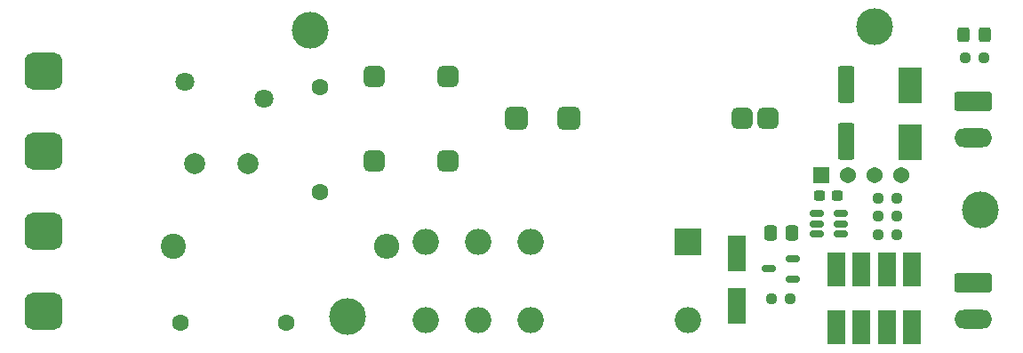
<source format=gbr>
%TF.GenerationSoftware,KiCad,Pcbnew,7.0.7-7.0.7~ubuntu22.04.1*%
%TF.CreationDate,2024-01-12T18:41:48+05:30*%
%TF.ProjectId,electronic-limit-sw,656c6563-7472-46f6-9e69-632d6c696d69,1.0.0*%
%TF.SameCoordinates,Original*%
%TF.FileFunction,Soldermask,Top*%
%TF.FilePolarity,Negative*%
%FSLAX46Y46*%
G04 Gerber Fmt 4.6, Leading zero omitted, Abs format (unit mm)*
G04 Created by KiCad (PCBNEW 7.0.7-7.0.7~ubuntu22.04.1) date 2024-01-12 18:41:48*
%MOMM*%
%LPD*%
G01*
G04 APERTURE LIST*
G04 Aperture macros list*
%AMRoundRect*
0 Rectangle with rounded corners*
0 $1 Rounding radius*
0 $2 $3 $4 $5 $6 $7 $8 $9 X,Y pos of 4 corners*
0 Add a 4 corners polygon primitive as box body*
4,1,4,$2,$3,$4,$5,$6,$7,$8,$9,$2,$3,0*
0 Add four circle primitives for the rounded corners*
1,1,$1+$1,$2,$3*
1,1,$1+$1,$4,$5*
1,1,$1+$1,$6,$7*
1,1,$1+$1,$8,$9*
0 Add four rect primitives between the rounded corners*
20,1,$1+$1,$2,$3,$4,$5,0*
20,1,$1+$1,$4,$5,$6,$7,0*
20,1,$1+$1,$6,$7,$8,$9,0*
20,1,$1+$1,$8,$9,$2,$3,0*%
G04 Aperture macros list end*
%ADD10R,1.700000X3.300000*%
%ADD11RoundRect,0.237500X0.250000X0.237500X-0.250000X0.237500X-0.250000X-0.237500X0.250000X-0.237500X0*%
%ADD12C,2.000000*%
%ADD13C,2.400000*%
%ADD14O,2.400000X2.400000*%
%ADD15RoundRect,0.150000X-0.512500X-0.150000X0.512500X-0.150000X0.512500X0.150000X-0.512500X0.150000X0*%
%ADD16R,2.500000X2.500000*%
%ADD17O,2.500000X2.500000*%
%ADD18R,1.800000X3.500000*%
%ADD19RoundRect,0.500000X-0.500000X-0.500000X0.500000X-0.500000X0.500000X0.500000X-0.500000X0.500000X0*%
%ADD20RoundRect,0.237500X-0.250000X-0.237500X0.250000X-0.237500X0.250000X0.237500X-0.250000X0.237500X0*%
%ADD21R,2.300000X3.500000*%
%ADD22C,1.600000*%
%ADD23C,3.500000*%
%ADD24C,1.800000*%
%ADD25RoundRect,0.250000X0.550000X-1.500000X0.550000X1.500000X-0.550000X1.500000X-0.550000X-1.500000X0*%
%ADD26R,1.540000X1.540000*%
%ADD27C,1.540000*%
%ADD28RoundRect,0.250000X-1.550000X0.650000X-1.550000X-0.650000X1.550000X-0.650000X1.550000X0.650000X0*%
%ADD29O,3.600000X1.800000*%
%ADD30RoundRect,0.550000X-0.550000X-0.550000X0.550000X-0.550000X0.550000X0.550000X-0.550000X0.550000X0*%
%ADD31RoundRect,0.900000X0.900000X-0.900000X0.900000X0.900000X-0.900000X0.900000X-0.900000X-0.900000X0*%
%ADD32RoundRect,0.250000X-0.325000X-0.450000X0.325000X-0.450000X0.325000X0.450000X-0.325000X0.450000X0*%
%ADD33RoundRect,0.150000X0.512500X0.150000X-0.512500X0.150000X-0.512500X-0.150000X0.512500X-0.150000X0*%
%ADD34RoundRect,0.250000X-0.337500X-0.475000X0.337500X-0.475000X0.337500X0.475000X-0.337500X0.475000X0*%
%ADD35RoundRect,0.237500X0.300000X0.237500X-0.300000X0.237500X-0.300000X-0.237500X0.300000X-0.237500X0*%
G04 APERTURE END LIST*
D10*
%TO.C,D1*%
X170850000Y-110350000D03*
X170850000Y-104850000D03*
%TD*%
D11*
%TO.C,R4*%
X164062500Y-107600000D03*
X162237500Y-107600000D03*
%TD*%
D12*
%TO.C,F1*%
X107300000Y-94800000D03*
X112380000Y-94800000D03*
%TD*%
D13*
%TO.C,R3*%
X105290000Y-102650000D03*
D14*
X125610000Y-102650000D03*
%TD*%
D15*
%TO.C,U1*%
X166562500Y-99550000D03*
X166562500Y-100500000D03*
X166562500Y-101450000D03*
X168837500Y-101450000D03*
X168837500Y-100500000D03*
X168837500Y-99550000D03*
%TD*%
D16*
%TO.C,RL1*%
X154300000Y-102200000D03*
D17*
X139300000Y-102200000D03*
X134300000Y-102200000D03*
X129300000Y-102200000D03*
X129300000Y-109700000D03*
X134300000Y-109700000D03*
X139300000Y-109700000D03*
X154300000Y-109700000D03*
%TD*%
D18*
%TO.C,D5*%
X159000000Y-103300000D03*
X159000000Y-108300000D03*
%TD*%
D10*
%TO.C,D2*%
X173250000Y-110350000D03*
X173250000Y-104850000D03*
%TD*%
D19*
%TO.C,FL1*%
X124440000Y-86500000D03*
X131440000Y-86500000D03*
X124440000Y-94500000D03*
X131440000Y-94500000D03*
%TD*%
D20*
%TO.C,R6*%
X172387500Y-98100000D03*
X174212500Y-98100000D03*
%TD*%
%TO.C,R2*%
X172400000Y-99800000D03*
X174225000Y-99800000D03*
%TD*%
D21*
%TO.C,D6*%
X175450000Y-87350000D03*
X175450000Y-92750000D03*
%TD*%
D10*
%TO.C,D4*%
X175650000Y-104850000D03*
X175650000Y-110350000D03*
%TD*%
D22*
%TO.C,C1*%
X119300000Y-97500000D03*
X119300000Y-87500000D03*
%TD*%
D20*
%TO.C,R1*%
X172387500Y-101500000D03*
X174212500Y-101500000D03*
%TD*%
D10*
%TO.C,D3*%
X168450000Y-104850000D03*
X168450000Y-110350000D03*
%TD*%
D23*
%TO.C,H1*%
X118300000Y-82050000D03*
%TD*%
%TO.C,H2*%
X182200000Y-99200000D03*
%TD*%
D22*
%TO.C,C2*%
X116000000Y-109950000D03*
X106000000Y-109950000D03*
%TD*%
D24*
%TO.C,TH1*%
X113900000Y-88600000D03*
X106400000Y-86966670D03*
%TD*%
D25*
%TO.C,C5*%
X169400000Y-92650000D03*
X169400000Y-87250000D03*
%TD*%
D26*
%TO.C,J3*%
X166970000Y-95900000D03*
D27*
X169510000Y-95900000D03*
X172050000Y-95900000D03*
X174590000Y-95900000D03*
%TD*%
D28*
%TO.C,J1*%
X181500000Y-106100000D03*
D29*
X181500000Y-109600000D03*
%TD*%
D30*
%TO.C,PS1*%
X137957500Y-90457500D03*
X142957500Y-90457500D03*
D19*
X159457500Y-90457500D03*
X161957500Y-90457500D03*
%TD*%
D31*
%TO.C,J4*%
X92900000Y-108840000D03*
X92900000Y-101220000D03*
X92900000Y-93600000D03*
X92900000Y-85980000D03*
%TD*%
D23*
%TO.C,H3*%
X121850000Y-109300000D03*
%TD*%
D28*
%TO.C,J2*%
X181500000Y-88800000D03*
D29*
X181500000Y-92300000D03*
%TD*%
D23*
%TO.C,H4*%
X172050000Y-81700000D03*
%TD*%
D32*
%TO.C,D7*%
X180550000Y-82500000D03*
X182600000Y-82500000D03*
%TD*%
D33*
%TO.C,Q1*%
X164287500Y-105750000D03*
X164287500Y-103850000D03*
X162012500Y-104800000D03*
%TD*%
D34*
%TO.C,C4*%
X162162500Y-101400000D03*
X164237500Y-101400000D03*
%TD*%
D11*
%TO.C,R5*%
X182512500Y-84700000D03*
X180687500Y-84700000D03*
%TD*%
D35*
%TO.C,C3*%
X168562500Y-97800000D03*
X166837500Y-97800000D03*
%TD*%
M02*

</source>
